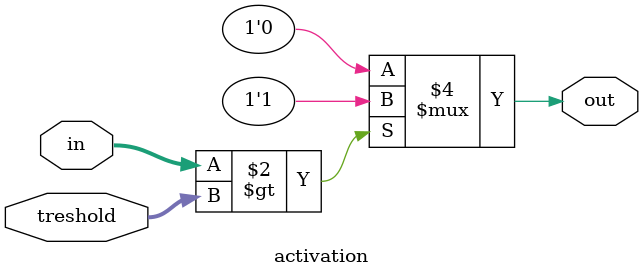
<source format=v>
module activation(

    input [7:0] in,
    input [7:0] treshold,
    output reg out
);

always@(*)
begin

    if(in>treshold)
    begin
        out=1'b1;
    end
    else
    begin
        out=1'b0;
    end

end

endmodule

</source>
